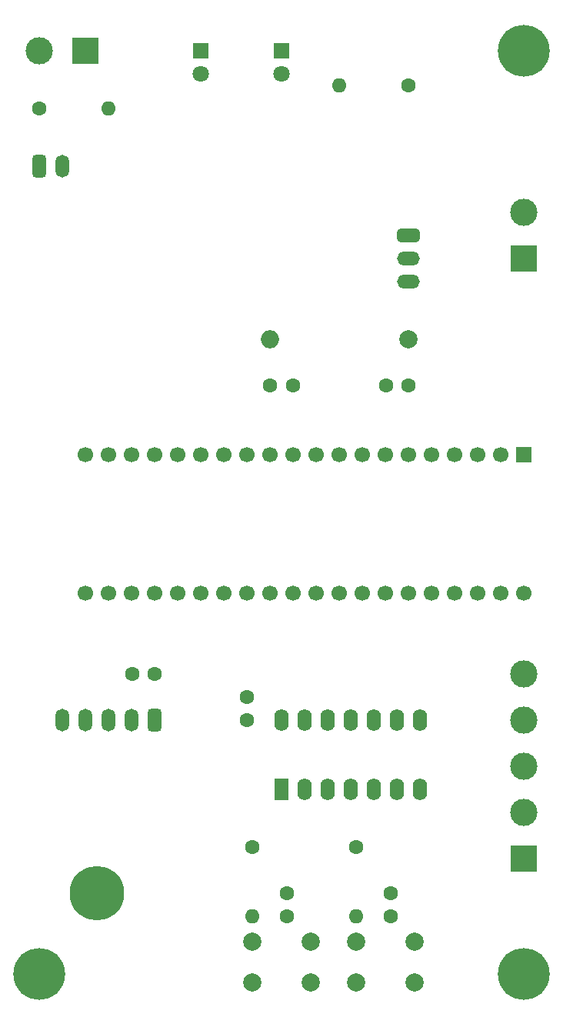
<source format=gbr>
%TF.GenerationSoftware,KiCad,Pcbnew,6.0.0*%
%TF.CreationDate,2022-01-29T19:02:30+01:00*%
%TF.ProjectId,clock-board,636c6f63-6b2d-4626-9f61-72642e6b6963,rev?*%
%TF.SameCoordinates,Original*%
%TF.FileFunction,Soldermask,Top*%
%TF.FilePolarity,Negative*%
%FSLAX46Y46*%
G04 Gerber Fmt 4.6, Leading zero omitted, Abs format (unit mm)*
G04 Created by KiCad (PCBNEW 6.0.0) date 2022-01-29 19:02:30*
%MOMM*%
%LPD*%
G01*
G04 APERTURE LIST*
G04 Aperture macros list*
%AMRoundRect*
0 Rectangle with rounded corners*
0 $1 Rounding radius*
0 $2 $3 $4 $5 $6 $7 $8 $9 X,Y pos of 4 corners*
0 Add a 4 corners polygon primitive as box body*
4,1,4,$2,$3,$4,$5,$6,$7,$8,$9,$2,$3,0*
0 Add four circle primitives for the rounded corners*
1,1,$1+$1,$2,$3*
1,1,$1+$1,$4,$5*
1,1,$1+$1,$6,$7*
1,1,$1+$1,$8,$9*
0 Add four rect primitives between the rounded corners*
20,1,$1+$1,$2,$3,$4,$5,0*
20,1,$1+$1,$4,$5,$6,$7,0*
20,1,$1+$1,$6,$7,$8,$9,0*
20,1,$1+$1,$8,$9,$2,$3,0*%
G04 Aperture macros list end*
%ADD10C,5.700000*%
%ADD11C,1.600000*%
%ADD12O,1.600000X1.600000*%
%ADD13RoundRect,0.375000X-0.375000X-0.875000X0.375000X-0.875000X0.375000X0.875000X-0.375000X0.875000X0*%
%ADD14O,1.500000X2.500000*%
%ADD15O,2.500000X1.500000*%
%ADD16RoundRect,0.375000X-0.875000X-0.375000X0.875000X-0.375000X0.875000X0.375000X-0.875000X0.375000X0*%
%ADD17RoundRect,0.375000X-0.375000X0.875000X-0.375000X-0.875000X0.375000X-0.875000X0.375000X0.875000X0*%
%ADD18C,6.000000*%
%ADD19R,1.800000X1.800000*%
%ADD20C,1.800000*%
%ADD21R,3.000000X3.000000*%
%ADD22C,3.000000*%
%ADD23R,1.700000X1.700000*%
%ADD24C,1.700000*%
%ADD25C,2.000000*%
%ADD26O,2.000000X2.000000*%
%ADD27R,1.600000X2.400000*%
%ADD28O,1.600000X2.400000*%
G04 APERTURE END LIST*
D10*
%TO.C,*%
X62230000Y-160020000D03*
%TD*%
%TO.C,*%
X115570000Y-160020000D03*
%TD*%
%TO.C,REF\u002A\u002A*%
X115570000Y-58420000D03*
%TD*%
D11*
%TO.C,R2*%
X85650000Y-146050000D03*
D12*
X85650000Y-153670000D03*
%TD*%
D13*
%TO.C,U1*%
X62230000Y-71120000D03*
D14*
X64770000Y-71120000D03*
D15*
X102870000Y-83820000D03*
X102870000Y-81280000D03*
D16*
X102870000Y-78740000D03*
%TD*%
D14*
%TO.C,U4*%
X64770000Y-132080000D03*
X67310000Y-132080000D03*
X69850000Y-132080000D03*
X72390000Y-132080000D03*
D17*
X74930000Y-132080000D03*
D18*
X68580000Y-151130000D03*
%TD*%
D11*
%TO.C,R3*%
X62230000Y-64770000D03*
D12*
X69850000Y-64770000D03*
%TD*%
D11*
%TO.C,R4*%
X102870000Y-62230000D03*
D12*
X95250000Y-62230000D03*
%TD*%
D19*
%TO.C,D1*%
X80010000Y-58420000D03*
D20*
X80010000Y-60960000D03*
%TD*%
D11*
%TO.C,C5*%
X74930000Y-127000000D03*
X72430000Y-127000000D03*
%TD*%
D21*
%TO.C,J1*%
X67310000Y-58420000D03*
D22*
X62230000Y-58420000D03*
%TD*%
D11*
%TO.C,C1*%
X100890000Y-153670000D03*
X100890000Y-151170000D03*
%TD*%
D19*
%TO.C,D2*%
X88900000Y-58420000D03*
D20*
X88900000Y-60960000D03*
%TD*%
D11*
%TO.C,R1*%
X97080000Y-146050000D03*
D12*
X97080000Y-153670000D03*
%TD*%
D23*
%TO.C,U2*%
X115570000Y-102870000D03*
D24*
X113030000Y-102870000D03*
X110490000Y-102870000D03*
X107950000Y-102870000D03*
X105410000Y-102870000D03*
X102870000Y-102870000D03*
X100330000Y-102870000D03*
X97790000Y-102870000D03*
X95250000Y-102870000D03*
X92710000Y-102870000D03*
X90170000Y-102870000D03*
X87630000Y-102870000D03*
X85090000Y-102870000D03*
X82550000Y-102870000D03*
X80010000Y-102870000D03*
X77470000Y-102870000D03*
X74930000Y-102870000D03*
X72390000Y-102870000D03*
X69850000Y-102870000D03*
X67310000Y-102870000D03*
X67310000Y-118110000D03*
X69850000Y-118110000D03*
X72390000Y-118110000D03*
X74930000Y-118110000D03*
X77470000Y-118110000D03*
X80010000Y-118110000D03*
X82550000Y-118110000D03*
X85090000Y-118110000D03*
X87630000Y-118110000D03*
X90170000Y-118110000D03*
X92710000Y-118110000D03*
X95250000Y-118110000D03*
X97790000Y-118110000D03*
X100330000Y-118110000D03*
X102870000Y-118110000D03*
X105410000Y-118110000D03*
X107950000Y-118110000D03*
X110490000Y-118110000D03*
X113030000Y-118110000D03*
X115570000Y-118110000D03*
%TD*%
D25*
%TO.C,SW2*%
X85650000Y-161000000D03*
X92150000Y-161000000D03*
X92150000Y-156500000D03*
X85650000Y-156500000D03*
%TD*%
D21*
%TO.C,J3*%
X115570000Y-147320000D03*
D22*
X115570000Y-142240000D03*
X115570000Y-137160000D03*
X115570000Y-132080000D03*
X115570000Y-127000000D03*
%TD*%
D25*
%TO.C,SW1*%
X103580000Y-161000000D03*
X97080000Y-161000000D03*
X97080000Y-156500000D03*
X103580000Y-156500000D03*
%TD*%
D11*
%TO.C,C6*%
X85090000Y-132080000D03*
X85090000Y-129580000D03*
%TD*%
D25*
%TO.C,L1*%
X102875000Y-90170000D03*
D26*
X87635000Y-90170000D03*
%TD*%
D21*
%TO.C,J2*%
X115570000Y-81280000D03*
D22*
X115570000Y-76200000D03*
%TD*%
D11*
%TO.C,C2*%
X89460000Y-153670000D03*
X89460000Y-151170000D03*
%TD*%
%TO.C,C3*%
X102870000Y-95250000D03*
X100370000Y-95250000D03*
%TD*%
D27*
%TO.C,U3*%
X88900000Y-139700000D03*
D28*
X91440000Y-139700000D03*
X93980000Y-139700000D03*
X96520000Y-139700000D03*
X99060000Y-139700000D03*
X101600000Y-139700000D03*
X104140000Y-139700000D03*
X104140000Y-132080000D03*
X101600000Y-132080000D03*
X99060000Y-132080000D03*
X96520000Y-132080000D03*
X93980000Y-132080000D03*
X91440000Y-132080000D03*
X88900000Y-132080000D03*
%TD*%
D11*
%TO.C,C4*%
X87630000Y-95250000D03*
X90130000Y-95250000D03*
%TD*%
M02*

</source>
